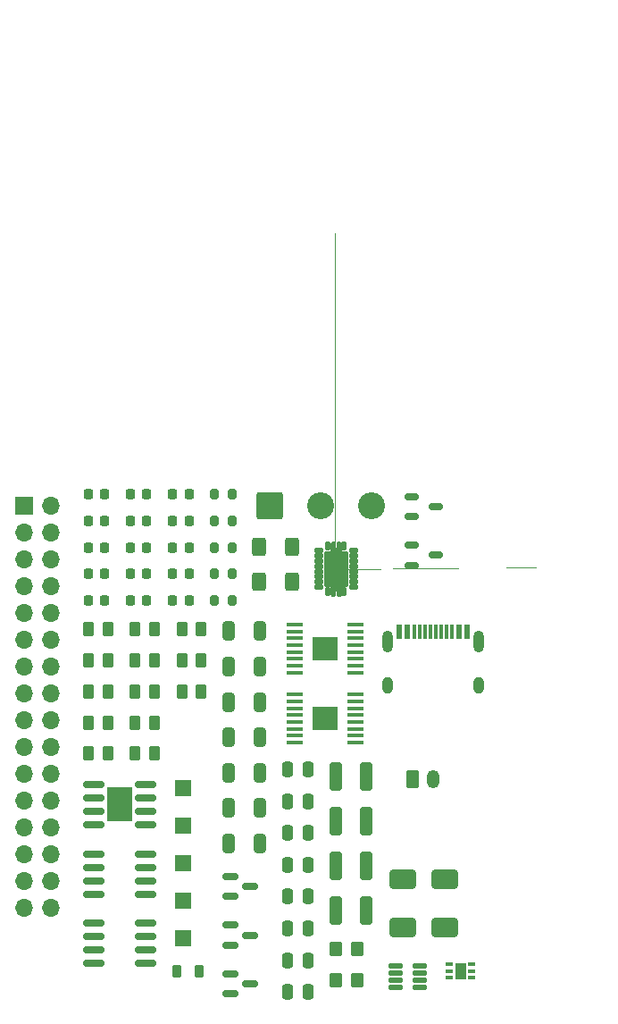
<source format=gbr>
%TF.GenerationSoftware,KiCad,Pcbnew,9.0.0*%
%TF.CreationDate,2025-03-28T14:04:11+02:00*%
%TF.ProjectId,,58585858-5858-4585-9858-585858585858,rev?*%
%TF.SameCoordinates,Original*%
%TF.FileFunction,Soldermask,Top*%
%TF.FilePolarity,Negative*%
%FSLAX46Y46*%
G04 Gerber Fmt 4.6, Leading zero omitted, Abs format (unit mm)*
G04 Created by KiCad (PCBNEW 9.0.0) date 2025-03-28 14:04:11*
%MOMM*%
%LPD*%
G01*
G04 APERTURE LIST*
G04 Aperture macros list*
%AMRoundRect*
0 Rectangle with rounded corners*
0 $1 Rounding radius*
0 $2 $3 $4 $5 $6 $7 $8 $9 X,Y pos of 4 corners*
0 Add a 4 corners polygon primitive as box body*
4,1,4,$2,$3,$4,$5,$6,$7,$8,$9,$2,$3,0*
0 Add four circle primitives for the rounded corners*
1,1,$1+$1,$2,$3*
1,1,$1+$1,$4,$5*
1,1,$1+$1,$6,$7*
1,1,$1+$1,$8,$9*
0 Add four rect primitives between the rounded corners*
20,1,$1+$1,$2,$3,$4,$5,0*
20,1,$1+$1,$4,$5,$6,$7,0*
20,1,$1+$1,$6,$7,$8,$9,0*
20,1,$1+$1,$8,$9,$2,$3,0*%
%AMFreePoly0*
4,1,505,-0.203634,2.555678,-0.202053,2.555421,-0.199231,2.554726,-0.198634,2.554678,-0.197053,2.554421,-0.194231,2.553726,-0.193634,2.553678,-0.192053,2.553421,-0.176164,2.549509,-0.173164,2.548509,-0.166423,2.545994,-0.165768,2.545723,-0.159148,2.542704,-0.157464,2.541862,-0.157608,2.541572,-0.146835,2.536534,-0.144880,2.535327,-0.140541,2.531895,-0.136165,2.529249,-0.134865,2.528313,
-0.133109,2.526820,-0.132165,2.526249,-0.130865,2.525313,-0.118339,2.514661,-0.110339,2.506661,-0.099687,2.494135,-0.098751,2.492835,-0.098179,2.491890,-0.096687,2.490135,-0.095751,2.488835,-0.093104,2.484458,-0.089673,2.480120,-0.088466,2.478165,-0.083427,2.467391,-0.083138,2.467536,-0.082296,2.465852,-0.079277,2.459232,-0.079006,2.458577,-0.076491,2.451836,-0.075491,2.448836,
-0.071579,2.432947,-0.071322,2.431366,-0.071273,2.430768,-0.070579,2.427947,-0.070322,2.426366,-0.070273,2.425768,-0.069579,2.422947,-0.069322,2.421366,-0.068000,2.405000,-0.068000,2.032000,0.068000,2.032000,0.068000,2.405000,0.069322,2.421366,0.069579,2.422947,0.070273,2.425768,0.070322,2.426366,0.070579,2.427947,0.071273,2.430768,0.071322,2.431366,0.071579,2.432947,
0.075491,2.448836,0.076491,2.451836,0.079006,2.458577,0.079277,2.459232,0.082296,2.465852,0.083138,2.467536,0.083427,2.467391,0.088466,2.478165,0.089673,2.480120,0.093104,2.484458,0.095751,2.488835,0.096687,2.490135,0.098179,2.491890,0.098751,2.492835,0.099687,2.494135,0.110339,2.506661,0.118339,2.514661,0.130865,2.525313,0.132165,2.526249,0.133109,2.526820,
0.134865,2.528313,0.136165,2.529249,0.140541,2.531895,0.144880,2.535327,0.146835,2.536534,0.157608,2.541572,0.157464,2.541862,0.159148,2.542704,0.165768,2.545723,0.166423,2.545994,0.173164,2.548509,0.176164,2.549509,0.192053,2.553421,0.193634,2.553678,0.194231,2.553726,0.197053,2.554421,0.198634,2.554678,0.199231,2.554726,0.202053,2.555421,0.203634,2.555678,
0.220000,2.557000,0.330000,2.557000,0.346366,2.555678,0.347947,2.555421,0.350768,2.554726,0.351366,2.554678,0.352947,2.554421,0.355768,2.553726,0.356366,2.553678,0.357947,2.553421,0.373836,2.549509,0.376836,2.548509,0.383577,2.545994,0.384232,2.545723,0.390852,2.542704,0.392536,2.541862,0.392391,2.541572,0.403165,2.536534,0.405120,2.535327,0.409458,2.531895,
0.413835,2.529249,0.415135,2.528313,0.416890,2.526820,0.417835,2.526249,0.419135,2.525313,0.431661,2.514661,0.439661,2.506661,0.450313,2.494135,0.451249,2.492835,0.451820,2.491890,0.453313,2.490135,0.454249,2.488835,0.456895,2.484458,0.460327,2.480120,0.461534,2.478165,0.466572,2.467391,0.466862,2.467536,0.467704,2.465852,0.470723,2.459232,0.470994,2.458577,
0.473509,2.451836,0.474509,2.448836,0.478421,2.432947,0.478678,2.431366,0.478726,2.430768,0.479421,2.427947,0.479678,2.426366,0.479726,2.425768,0.480421,2.422947,0.480678,2.421366,0.482000,2.405000,0.482000,1.632000,0.980000,1.632000,0.996366,1.630678,0.997947,1.630421,1.000768,1.629726,1.001366,1.629678,1.002947,1.629421,1.005768,1.628726,1.006366,1.628678,
1.007947,1.628421,1.013719,1.627000,1.025000,1.627000,1.084954,1.607520,1.122008,1.556520,1.127000,1.525000,1.127000,1.513718,1.128421,1.507947,1.128678,1.506366,1.128726,1.505768,1.129421,1.502947,1.129678,1.501366,1.129726,1.500768,1.130421,1.497947,1.130678,1.496366,1.132000,1.480000,1.132000,-1.480000,1.130678,-1.496366,1.130421,-1.497947,1.129726,-1.500768,
1.129678,-1.501366,1.129421,-1.502947,1.128726,-1.505768,1.128678,-1.506366,1.128421,-1.507947,1.127000,-1.513718,1.127000,-1.525000,1.107520,-1.584954,1.056520,-1.622008,1.025000,-1.627000,1.013719,-1.627000,1.007947,-1.628421,1.006366,-1.628678,1.005768,-1.628726,1.002947,-1.629421,1.001366,-1.629678,1.000768,-1.629726,0.997947,-1.630421,0.996366,-1.630678,0.980000,-1.632000,
0.482000,-1.632000,0.482000,-2.405000,0.480678,-2.421366,0.480421,-2.422947,0.479726,-2.425768,0.479678,-2.426366,0.479421,-2.427947,0.478726,-2.430768,0.478678,-2.431366,0.478421,-2.432947,0.474509,-2.448836,0.473509,-2.451836,0.470994,-2.458577,0.470723,-2.459232,0.467704,-2.465852,0.466862,-2.467536,0.466572,-2.467391,0.461534,-2.478165,0.460327,-2.480120,0.456895,-2.484458,
0.454249,-2.488835,0.453313,-2.490135,0.451820,-2.491890,0.451249,-2.492835,0.450313,-2.494135,0.439661,-2.506661,0.431661,-2.514661,0.419135,-2.525313,0.417835,-2.526249,0.416890,-2.526820,0.415135,-2.528313,0.413835,-2.529249,0.409458,-2.531895,0.405120,-2.535327,0.403165,-2.536534,0.392391,-2.541572,0.392536,-2.541862,0.390852,-2.542704,0.384232,-2.545723,0.383577,-2.545994,
0.376836,-2.548509,0.373836,-2.549509,0.357947,-2.553421,0.356366,-2.553678,0.355768,-2.553726,0.352947,-2.554421,0.351366,-2.554678,0.350768,-2.554726,0.347947,-2.555421,0.346366,-2.555678,0.330000,-2.557000,0.220000,-2.557000,0.203634,-2.555678,0.202053,-2.555421,0.199231,-2.554726,0.198634,-2.554678,0.197053,-2.554421,0.194231,-2.553726,0.193634,-2.553678,0.192053,-2.553421,
0.176164,-2.549509,0.173164,-2.548509,0.166423,-2.545994,0.165768,-2.545723,0.159148,-2.542704,0.157464,-2.541862,0.157608,-2.541572,0.146835,-2.536534,0.144880,-2.535327,0.140541,-2.531895,0.136165,-2.529249,0.134865,-2.528313,0.133109,-2.526820,0.132165,-2.526249,0.130865,-2.525313,0.118339,-2.514661,0.110339,-2.506661,0.099687,-2.494135,0.098751,-2.492835,0.098179,-2.491890,
0.096687,-2.490135,0.095751,-2.488835,0.093104,-2.484458,0.089673,-2.480120,0.088466,-2.478165,0.083427,-2.467391,0.083138,-2.467536,0.082296,-2.465852,0.079277,-2.459232,0.079006,-2.458577,0.076491,-2.451836,0.075491,-2.448836,0.071579,-2.432947,0.071322,-2.431366,0.071273,-2.430768,0.070579,-2.427947,0.070322,-2.426366,0.070273,-2.425768,0.069579,-2.422947,0.069322,-2.421366,
0.068000,-2.405000,0.068000,-2.032000,-0.068000,-2.032000,-0.068000,-2.405000,-0.069322,-2.421366,-0.069579,-2.422947,-0.070273,-2.425768,-0.070322,-2.426366,-0.070579,-2.427947,-0.071273,-2.430768,-0.071322,-2.431366,-0.071579,-2.432947,-0.075491,-2.448836,-0.076491,-2.451836,-0.079006,-2.458577,-0.079277,-2.459232,-0.082296,-2.465852,-0.083138,-2.467536,-0.083427,-2.467391,-0.088466,-2.478165,
-0.089673,-2.480120,-0.093104,-2.484458,-0.095751,-2.488835,-0.096687,-2.490135,-0.098179,-2.491890,-0.098751,-2.492835,-0.099687,-2.494135,-0.110339,-2.506661,-0.118339,-2.514661,-0.130865,-2.525313,-0.132165,-2.526249,-0.133109,-2.526820,-0.134865,-2.528313,-0.136165,-2.529249,-0.140541,-2.531895,-0.144880,-2.535327,-0.146835,-2.536534,-0.157608,-2.541572,-0.157464,-2.541862,-0.159148,-2.542704,
-0.165768,-2.545723,-0.166423,-2.545994,-0.173164,-2.548509,-0.176164,-2.549509,-0.192053,-2.553421,-0.193634,-2.553678,-0.194231,-2.553726,-0.197053,-2.554421,-0.198634,-2.554678,-0.199231,-2.554726,-0.202053,-2.555421,-0.203634,-2.555678,-0.220000,-2.557000,-0.330000,-2.557000,-0.346366,-2.555678,-0.347947,-2.555421,-0.350768,-2.554726,-0.351366,-2.554678,-0.352947,-2.554421,-0.355768,-2.553726,
-0.356366,-2.553678,-0.357947,-2.553421,-0.373836,-2.549509,-0.376836,-2.548509,-0.383577,-2.545994,-0.384232,-2.545723,-0.390852,-2.542704,-0.392536,-2.541862,-0.392391,-2.541572,-0.403165,-2.536534,-0.405120,-2.535327,-0.409458,-2.531895,-0.413835,-2.529249,-0.415135,-2.528313,-0.416890,-2.526820,-0.417835,-2.526249,-0.419135,-2.525313,-0.431661,-2.514661,-0.439661,-2.506661,-0.450313,-2.494135,
-0.451249,-2.492835,-0.451820,-2.491890,-0.453313,-2.490135,-0.454249,-2.488835,-0.456895,-2.484458,-0.460327,-2.480120,-0.461534,-2.478165,-0.466572,-2.467391,-0.466862,-2.467536,-0.467704,-2.465852,-0.470723,-2.459232,-0.470994,-2.458577,-0.473509,-2.451836,-0.474509,-2.448836,-0.478421,-2.432947,-0.478678,-2.431366,-0.478726,-2.430768,-0.479421,-2.427947,-0.479678,-2.426366,-0.479726,-2.425768,
-0.480421,-2.422947,-0.480678,-2.421366,-0.482000,-2.405000,-0.482000,-1.632000,-0.980000,-1.632000,-0.996366,-1.630678,-0.997947,-1.630421,-1.000768,-1.629726,-1.001366,-1.629678,-1.002947,-1.629421,-1.005768,-1.628726,-1.006366,-1.628678,-1.007947,-1.628421,-1.013719,-1.627000,-1.025000,-1.627000,-1.084954,-1.607520,-1.122008,-1.556520,-1.127000,-1.525000,-1.127000,-1.513718,-1.128421,-1.507947,
-1.128678,-1.506366,-1.128726,-1.505768,-1.129421,-1.502947,-1.129678,-1.501366,-1.129726,-1.500768,-1.130421,-1.497947,-1.130678,-1.496366,-1.132000,-1.480000,-1.132000,1.480000,-1.130678,1.496366,-1.130421,1.497947,-1.129726,1.500768,-1.129678,1.501366,-1.129421,1.502947,-1.128726,1.505768,-1.128678,1.506366,-1.128421,1.507947,-1.127000,1.513718,-1.127000,1.525000,-1.107520,1.584954,
-1.056520,1.622008,-1.025000,1.627000,-1.013719,1.627000,-1.007947,1.628421,-1.006366,1.628678,-1.005768,1.628726,-1.002947,1.629421,-1.001366,1.629678,-1.000768,1.629726,-0.997947,1.630421,-0.996366,1.630678,-0.980000,1.632000,-0.482000,1.632000,-0.482000,2.405000,-0.480678,2.421366,-0.480421,2.422947,-0.479726,2.425768,-0.479678,2.426366,-0.479421,2.427947,-0.478726,2.430768,
-0.478678,2.431366,-0.478421,2.432947,-0.474509,2.448836,-0.473509,2.451836,-0.470994,2.458577,-0.470723,2.459232,-0.467704,2.465852,-0.466862,2.467536,-0.466572,2.467391,-0.461534,2.478165,-0.460327,2.480120,-0.456895,2.484458,-0.454249,2.488835,-0.453313,2.490135,-0.451820,2.491890,-0.451249,2.492835,-0.450313,2.494135,-0.439661,2.506661,-0.431661,2.514661,-0.419135,2.525313,
-0.417835,2.526249,-0.416890,2.526820,-0.415135,2.528313,-0.413835,2.529249,-0.409458,2.531895,-0.405120,2.535327,-0.403165,2.536534,-0.392391,2.541572,-0.392536,2.541862,-0.390852,2.542704,-0.384232,2.545723,-0.383577,2.545994,-0.376836,2.548509,-0.373836,2.549509,-0.357947,2.553421,-0.356366,2.553678,-0.355768,2.553726,-0.352947,2.554421,-0.351366,2.554678,-0.350768,2.554726,
-0.347947,2.555421,-0.346366,2.555678,-0.330000,2.557000,-0.220000,2.557000,-0.203634,2.555678,-0.203634,2.555678,$1*%
G04 Aperture macros list end*
%ADD10C,0.010000*%
%ADD11RoundRect,0.150000X-0.825000X-0.150000X0.825000X-0.150000X0.825000X0.150000X-0.825000X0.150000X0*%
%ADD12RoundRect,0.125000X-0.537500X-0.125000X0.537500X-0.125000X0.537500X0.125000X-0.537500X0.125000X0*%
%ADD13RoundRect,0.093240X-0.128760X-0.308760X0.128760X-0.308760X0.128760X0.308760X-0.128760X0.308760X0*%
%ADD14RoundRect,0.093240X-0.308760X-0.128760X0.308760X-0.128760X0.308760X0.128760X-0.308760X0.128760X0*%
%ADD15FreePoly0,0.000000*%
%ADD16C,0.504000*%
%ADD17R,0.650000X0.350000*%
%ADD18R,1.000000X1.600000*%
%ADD19R,2.460000X2.310000*%
%ADD20RoundRect,0.100000X-0.687500X-0.100000X0.687500X-0.100000X0.687500X0.100000X-0.687500X0.100000X0*%
%ADD21R,2.410000X3.300000*%
%ADD22R,1.500000X1.500000*%
%ADD23RoundRect,0.249999X-1.025001X-1.025001X1.025001X-1.025001X1.025001X1.025001X-1.025001X1.025001X0*%
%ADD24C,2.550000*%
%ADD25RoundRect,0.250000X-0.262500X-0.450000X0.262500X-0.450000X0.262500X0.450000X-0.262500X0.450000X0*%
%ADD26RoundRect,0.200000X-0.200000X-0.275000X0.200000X-0.275000X0.200000X0.275000X-0.200000X0.275000X0*%
%ADD27RoundRect,0.250000X-0.400000X-0.625000X0.400000X-0.625000X0.400000X0.625000X-0.400000X0.625000X0*%
%ADD28RoundRect,0.250000X-0.350000X-0.450000X0.350000X-0.450000X0.350000X0.450000X-0.350000X0.450000X0*%
%ADD29RoundRect,0.150000X-0.587500X-0.150000X0.587500X-0.150000X0.587500X0.150000X-0.587500X0.150000X0*%
%ADD30RoundRect,0.150000X-0.512500X-0.150000X0.512500X-0.150000X0.512500X0.150000X-0.512500X0.150000X0*%
%ADD31RoundRect,0.218750X-0.218750X-0.256250X0.218750X-0.256250X0.218750X0.256250X-0.218750X0.256250X0*%
%ADD32RoundRect,0.218750X-0.218750X-0.381250X0.218750X-0.381250X0.218750X0.381250X-0.218750X0.381250X0*%
%ADD33RoundRect,0.250000X-0.350000X-0.625000X0.350000X-0.625000X0.350000X0.625000X-0.350000X0.625000X0*%
%ADD34O,1.200000X1.750000*%
%ADD35R,0.600000X1.450000*%
%ADD36R,0.300000X1.450000*%
%ADD37O,1.000000X2.100000*%
%ADD38O,1.000000X1.600000*%
%ADD39R,1.700000X1.700000*%
%ADD40O,1.700000X1.700000*%
%ADD41RoundRect,0.250000X-1.000000X-0.650000X1.000000X-0.650000X1.000000X0.650000X-1.000000X0.650000X0*%
%ADD42RoundRect,0.250000X-0.250000X-0.475000X0.250000X-0.475000X0.250000X0.475000X-0.250000X0.475000X0*%
%ADD43RoundRect,0.225000X-0.225000X-0.250000X0.225000X-0.250000X0.225000X0.250000X-0.225000X0.250000X0*%
%ADD44RoundRect,0.250000X-0.325000X-0.650000X0.325000X-0.650000X0.325000X0.650000X-0.325000X0.650000X0*%
%ADD45RoundRect,0.250000X-0.325000X-1.100000X0.325000X-1.100000X0.325000X1.100000X-0.325000X1.100000X0*%
G04 APERTURE END LIST*
D10*
%TO.C,U5*%
X167551000Y-69864000D02*
X167559000Y-69865000D01*
X167567000Y-69866000D01*
X167574000Y-69868000D01*
X167582000Y-69870000D01*
X167589000Y-69873000D01*
X167597000Y-69876000D01*
X167604000Y-69880000D01*
X167611000Y-69883000D01*
X167618000Y-69888000D01*
X167624000Y-69892000D01*
X167631000Y-69897000D01*
X167637000Y-69902000D01*
X167642000Y-69908000D01*
X167648000Y-69913000D01*
X167653000Y-69919000D01*
X167658000Y-69926000D01*
X167662000Y-69932000D01*
X167667000Y-69939000D01*
X167670000Y-69946000D01*
X167674000Y-69953000D01*
X167677000Y-69961000D01*
X167680000Y-69968000D01*
X167682000Y-69976000D01*
X167684000Y-69983000D01*
X167685000Y-69991000D01*
X167686000Y-69999000D01*
X167687000Y-70007000D01*
X167687000Y-70015000D01*
X167687000Y-70388000D01*
X167832000Y-70388000D01*
X167833000Y-70388000D01*
X167833000Y-70013000D01*
X167833000Y-70005000D01*
X167834000Y-69997000D01*
X167835000Y-69990000D01*
X167836000Y-69982000D01*
X167838000Y-69974000D01*
X167840000Y-69967000D01*
X167843000Y-69959000D01*
X167846000Y-69952000D01*
X167849000Y-69945000D01*
X167853000Y-69938000D01*
X167857000Y-69931000D01*
X167862000Y-69925000D01*
X167866000Y-69919000D01*
X167872000Y-69913000D01*
X167877000Y-69907000D01*
X167883000Y-69902000D01*
X167889000Y-69896000D01*
X167895000Y-69892000D01*
X167901000Y-69887000D01*
X167908000Y-69883000D01*
X167915000Y-69879000D01*
X167922000Y-69876000D01*
X167929000Y-69873000D01*
X167937000Y-69870000D01*
X167944000Y-69868000D01*
X167952000Y-69866000D01*
X167960000Y-69865000D01*
X167967000Y-69864000D01*
X167975000Y-69863000D01*
X167983000Y-69863000D01*
X168086000Y-69863000D01*
X168094000Y-69863000D01*
X168102000Y-69864000D01*
X168110000Y-69865000D01*
X168117000Y-69866000D01*
X168125000Y-69868000D01*
X168133000Y-69870000D01*
X168140000Y-69873000D01*
X168147000Y-69876000D01*
X168155000Y-69879000D01*
X168161000Y-69883000D01*
X168168000Y-69887000D01*
X168175000Y-69892000D01*
X168181000Y-69897000D01*
X168187000Y-69902000D01*
X168193000Y-69907000D01*
X168198000Y-69913000D01*
X168203000Y-69919000D01*
X168208000Y-69925000D01*
X168213000Y-69932000D01*
X168217000Y-69939000D01*
X168221000Y-69945000D01*
X168224000Y-69953000D01*
X168227000Y-69960000D01*
X168230000Y-69967000D01*
X168232000Y-69975000D01*
X168234000Y-69983000D01*
X168235000Y-69990000D01*
X168236000Y-69998000D01*
X168237000Y-70006000D01*
X168237000Y-70014000D01*
X168237000Y-70788000D01*
X168735000Y-70788000D01*
X168743000Y-70788000D01*
X168751000Y-70789000D01*
X168759000Y-70790000D01*
X168767000Y-70791000D01*
X168774000Y-70793000D01*
X168782000Y-70795000D01*
X168789000Y-70798000D01*
X168797000Y-70801000D01*
X168804000Y-70805000D01*
X168811000Y-70808000D01*
X168818000Y-70813000D01*
X168824000Y-70817000D01*
X168831000Y-70822000D01*
X168837000Y-70827000D01*
X168842000Y-70833000D01*
X168848000Y-70838000D01*
X168853000Y-70844000D01*
X168858000Y-70851000D01*
X168862000Y-70857000D01*
X168867000Y-70864000D01*
X168870000Y-70871000D01*
X168874000Y-70878000D01*
X168877000Y-70886000D01*
X168880000Y-70893000D01*
X168882000Y-70901000D01*
X168884000Y-70908000D01*
X168885000Y-70916000D01*
X168886000Y-70924000D01*
X168887000Y-70932000D01*
X168887000Y-70940000D01*
X168887000Y-73891000D01*
X168887000Y-73899000D01*
X168886000Y-73907000D01*
X168885000Y-73914000D01*
X168884000Y-73922000D01*
X168882000Y-73930000D01*
X168880000Y-73937000D01*
X168877000Y-73945000D01*
X168874000Y-73952000D01*
X168871000Y-73959000D01*
X168867000Y-73966000D01*
X168863000Y-73973000D01*
X168858000Y-73979000D01*
X168854000Y-73985000D01*
X168848000Y-73991000D01*
X168843000Y-73997000D01*
X168837000Y-74002000D01*
X168831000Y-74008000D01*
X168825000Y-74012000D01*
X168819000Y-74017000D01*
X168812000Y-74021000D01*
X168805000Y-74025000D01*
X168798000Y-74028000D01*
X168791000Y-74031000D01*
X168783000Y-74034000D01*
X168776000Y-74036000D01*
X168768000Y-74038000D01*
X168760000Y-74039000D01*
X168753000Y-74040000D01*
X168745000Y-74041000D01*
X168737000Y-74041000D01*
X168238000Y-74041000D01*
X168237000Y-74041000D01*
X168237000Y-74042000D01*
X168237000Y-74816000D01*
X168237000Y-74824000D01*
X168236000Y-74832000D01*
X168235000Y-74839000D01*
X168234000Y-74847000D01*
X168232000Y-74855000D01*
X168230000Y-74862000D01*
X168227000Y-74870000D01*
X168224000Y-74877000D01*
X168221000Y-74884000D01*
X168217000Y-74891000D01*
X168213000Y-74898000D01*
X168208000Y-74904000D01*
X168204000Y-74910000D01*
X168198000Y-74916000D01*
X168193000Y-74922000D01*
X168187000Y-74927000D01*
X168181000Y-74933000D01*
X168175000Y-74937000D01*
X168169000Y-74942000D01*
X168162000Y-74946000D01*
X168155000Y-74950000D01*
X168148000Y-74953000D01*
X168141000Y-74956000D01*
X168133000Y-74959000D01*
X168126000Y-74961000D01*
X168118000Y-74963000D01*
X168110000Y-74964000D01*
X168103000Y-74965000D01*
X168095000Y-74966000D01*
X168087000Y-74966000D01*
X167982000Y-74966000D01*
X167974000Y-74966000D01*
X167966000Y-74965000D01*
X167959000Y-74964000D01*
X167951000Y-74963000D01*
X167943000Y-74961000D01*
X167936000Y-74959000D01*
X167929000Y-74956000D01*
X167921000Y-74953000D01*
X167914000Y-74950000D01*
X167907000Y-74946000D01*
X167901000Y-74942000D01*
X167894000Y-74938000D01*
X167888000Y-74933000D01*
X167882000Y-74928000D01*
X167877000Y-74922000D01*
X167871000Y-74917000D01*
X167866000Y-74911000D01*
X167861000Y-74905000D01*
X167857000Y-74898000D01*
X167853000Y-74892000D01*
X167849000Y-74885000D01*
X167846000Y-74878000D01*
X167843000Y-74870000D01*
X167840000Y-74863000D01*
X167838000Y-74856000D01*
X167836000Y-74848000D01*
X167835000Y-74840000D01*
X167834000Y-74833000D01*
X167833000Y-74825000D01*
X167833000Y-74817000D01*
X167833000Y-74442000D01*
X167688000Y-74442000D01*
X167687000Y-74442000D01*
X167687000Y-74443000D01*
X167687000Y-74816000D01*
X167687000Y-74824000D01*
X167686000Y-74832000D01*
X167685000Y-74839000D01*
X167684000Y-74847000D01*
X167682000Y-74855000D01*
X167680000Y-74862000D01*
X167677000Y-74870000D01*
X167674000Y-74877000D01*
X167671000Y-74884000D01*
X167667000Y-74891000D01*
X167663000Y-74898000D01*
X167658000Y-74904000D01*
X167654000Y-74910000D01*
X167648000Y-74916000D01*
X167643000Y-74922000D01*
X167637000Y-74927000D01*
X167631000Y-74933000D01*
X167625000Y-74937000D01*
X167619000Y-74942000D01*
X167612000Y-74946000D01*
X167605000Y-74950000D01*
X167598000Y-74953000D01*
X167591000Y-74956000D01*
X167583000Y-74959000D01*
X167576000Y-74961000D01*
X167568000Y-74963000D01*
X167560000Y-74964000D01*
X167553000Y-74965000D01*
X167545000Y-74966000D01*
X167537000Y-74966000D01*
X167431000Y-74966000D01*
X167423000Y-74966000D01*
X167416000Y-74965000D01*
X167408000Y-74964000D01*
X167400000Y-74963000D01*
X167393000Y-74961000D01*
X167385000Y-74959000D01*
X167378000Y-74956000D01*
X167371000Y-74953000D01*
X167364000Y-74950000D01*
X167357000Y-74946000D01*
X167350000Y-74942000D01*
X167344000Y-74938000D01*
X167338000Y-74933000D01*
X167332000Y-74928000D01*
X167326000Y-74923000D01*
X167321000Y-74917000D01*
X167316000Y-74911000D01*
X167311000Y-74905000D01*
X167307000Y-74899000D01*
X167303000Y-74892000D01*
X167299000Y-74885000D01*
X167296000Y-74878000D01*
X167293000Y-74871000D01*
X167290000Y-74864000D01*
X167288000Y-74856000D01*
X167286000Y-74849000D01*
X167285000Y-74841000D01*
X167284000Y-74833000D01*
X167283000Y-74826000D01*
X167283000Y-74818000D01*
X167283000Y-74042000D01*
X166785000Y-74042000D01*
X166777000Y-74042000D01*
X166769000Y-74041000D01*
X166761000Y-74040000D01*
X166753000Y-74039000D01*
X166746000Y-74037000D01*
X166738000Y-74035000D01*
X166731000Y-74032000D01*
X166723000Y-74029000D01*
X166716000Y-74025000D01*
X166709000Y-74022000D01*
X166702000Y-74017000D01*
X166696000Y-74013000D01*
X166689000Y-74008000D01*
X166683000Y-74003000D01*
X166678000Y-73997000D01*
X166672000Y-73992000D01*
X166667000Y-73986000D01*
X166662000Y-73979000D01*
X166658000Y-73973000D01*
X166653000Y-73966000D01*
X166650000Y-73959000D01*
X166646000Y-73952000D01*
X166643000Y-73944000D01*
X166640000Y-73937000D01*
X166638000Y-73929000D01*
X166636000Y-73922000D01*
X166635000Y-73914000D01*
X166634000Y-73906000D01*
X166633000Y-73898000D01*
X166633000Y-73890000D01*
X166633000Y-70941000D01*
X166633000Y-70933000D01*
X166634000Y-70925000D01*
X166635000Y-70917000D01*
X166636000Y-70909000D01*
X166638000Y-70902000D01*
X166640000Y-70894000D01*
X166643000Y-70887000D01*
X166646000Y-70879000D01*
X166650000Y-70872000D01*
X166653000Y-70865000D01*
X166658000Y-70858000D01*
X166662000Y-70852000D01*
X166667000Y-70845000D01*
X166672000Y-70839000D01*
X166678000Y-70834000D01*
X166683000Y-70828000D01*
X166689000Y-70823000D01*
X166696000Y-70818000D01*
X166702000Y-70814000D01*
X166709000Y-70809000D01*
X166716000Y-70806000D01*
X166723000Y-70802000D01*
X166731000Y-70799000D01*
X166738000Y-70796000D01*
X166746000Y-70794000D01*
X166753000Y-70792000D01*
X166761000Y-70791000D01*
X166769000Y-70790000D01*
X166777000Y-70789000D01*
X166785000Y-70789000D01*
X167282000Y-70789000D01*
X167283000Y-70789000D01*
X167283000Y-70788000D01*
X167283000Y-70015000D01*
X167283000Y-70007000D01*
X167284000Y-69999000D01*
X167285000Y-69991000D01*
X167286000Y-69983000D01*
X167288000Y-69976000D01*
X167290000Y-69968000D01*
X167293000Y-69961000D01*
X167296000Y-69953000D01*
X167300000Y-69946000D01*
X167303000Y-69939000D01*
X167308000Y-69932000D01*
X167312000Y-69926000D01*
X167317000Y-69919000D01*
X167322000Y-69913000D01*
X167328000Y-69908000D01*
X167333000Y-69902000D01*
X167339000Y-69897000D01*
X167346000Y-69892000D01*
X167352000Y-69888000D01*
X167359000Y-69883000D01*
X167366000Y-69880000D01*
X167373000Y-69876000D01*
X167381000Y-69873000D01*
X167388000Y-69870000D01*
X167396000Y-69868000D01*
X167403000Y-69866000D01*
X167411000Y-69865000D01*
X167419000Y-69864000D01*
X167427000Y-69863000D01*
X167435000Y-69863000D01*
X167535000Y-69863000D01*
X167543000Y-69863000D01*
X167551000Y-69864000D01*
G36*
X167551000Y-69864000D02*
G01*
X167559000Y-69865000D01*
X167567000Y-69866000D01*
X167574000Y-69868000D01*
X167582000Y-69870000D01*
X167589000Y-69873000D01*
X167597000Y-69876000D01*
X167604000Y-69880000D01*
X167611000Y-69883000D01*
X167618000Y-69888000D01*
X167624000Y-69892000D01*
X167631000Y-69897000D01*
X167637000Y-69902000D01*
X167642000Y-69908000D01*
X167648000Y-69913000D01*
X167653000Y-69919000D01*
X167658000Y-69926000D01*
X167662000Y-69932000D01*
X167667000Y-69939000D01*
X167670000Y-69946000D01*
X167674000Y-69953000D01*
X167677000Y-69961000D01*
X167680000Y-69968000D01*
X167682000Y-69976000D01*
X167684000Y-69983000D01*
X167685000Y-69991000D01*
X167686000Y-69999000D01*
X167687000Y-70007000D01*
X167687000Y-70015000D01*
X167687000Y-70388000D01*
X167832000Y-70388000D01*
X167833000Y-70388000D01*
X167833000Y-70013000D01*
X167833000Y-70005000D01*
X167834000Y-69997000D01*
X167835000Y-69990000D01*
X167836000Y-69982000D01*
X167838000Y-69974000D01*
X167840000Y-69967000D01*
X167843000Y-69959000D01*
X167846000Y-69952000D01*
X167849000Y-69945000D01*
X167853000Y-69938000D01*
X167857000Y-69931000D01*
X167862000Y-69925000D01*
X167866000Y-69919000D01*
X167872000Y-69913000D01*
X167877000Y-69907000D01*
X167883000Y-69902000D01*
X167889000Y-69896000D01*
X167895000Y-69892000D01*
X167901000Y-69887000D01*
X167908000Y-69883000D01*
X167915000Y-69879000D01*
X167922000Y-69876000D01*
X167929000Y-69873000D01*
X167937000Y-69870000D01*
X167944000Y-69868000D01*
X167952000Y-69866000D01*
X167960000Y-69865000D01*
X167967000Y-69864000D01*
X167975000Y-69863000D01*
X167983000Y-69863000D01*
X168086000Y-69863000D01*
X168094000Y-69863000D01*
X168102000Y-69864000D01*
X168110000Y-69865000D01*
X168117000Y-69866000D01*
X168125000Y-69868000D01*
X168133000Y-69870000D01*
X168140000Y-69873000D01*
X168147000Y-69876000D01*
X168155000Y-69879000D01*
X168161000Y-69883000D01*
X168168000Y-69887000D01*
X168175000Y-69892000D01*
X168181000Y-69897000D01*
X168187000Y-69902000D01*
X168193000Y-69907000D01*
X168198000Y-69913000D01*
X168203000Y-69919000D01*
X168208000Y-69925000D01*
X168213000Y-69932000D01*
X168217000Y-69939000D01*
X168221000Y-69945000D01*
X168224000Y-69953000D01*
X168227000Y-69960000D01*
X168230000Y-69967000D01*
X168232000Y-69975000D01*
X168234000Y-69983000D01*
X168235000Y-69990000D01*
X168236000Y-69998000D01*
X168237000Y-70006000D01*
X168237000Y-70014000D01*
X168237000Y-70788000D01*
X168735000Y-70788000D01*
X168743000Y-70788000D01*
X168751000Y-70789000D01*
X168759000Y-70790000D01*
X168767000Y-70791000D01*
X168774000Y-70793000D01*
X168782000Y-70795000D01*
X168789000Y-70798000D01*
X168797000Y-70801000D01*
X168804000Y-70805000D01*
X168811000Y-70808000D01*
X168818000Y-70813000D01*
X168824000Y-70817000D01*
X168831000Y-70822000D01*
X168837000Y-70827000D01*
X168842000Y-70833000D01*
X168848000Y-70838000D01*
X168853000Y-70844000D01*
X168858000Y-70851000D01*
X168862000Y-70857000D01*
X168867000Y-70864000D01*
X168870000Y-70871000D01*
X168874000Y-70878000D01*
X168877000Y-70886000D01*
X168880000Y-70893000D01*
X168882000Y-70901000D01*
X168884000Y-70908000D01*
X168885000Y-70916000D01*
X168886000Y-70924000D01*
X168887000Y-70932000D01*
X168887000Y-70940000D01*
X168887000Y-73891000D01*
X168887000Y-73899000D01*
X168886000Y-73907000D01*
X168885000Y-73914000D01*
X168884000Y-73922000D01*
X168882000Y-73930000D01*
X168880000Y-73937000D01*
X168877000Y-73945000D01*
X168874000Y-73952000D01*
X168871000Y-73959000D01*
X168867000Y-73966000D01*
X168863000Y-73973000D01*
X168858000Y-73979000D01*
X168854000Y-73985000D01*
X168848000Y-73991000D01*
X168843000Y-73997000D01*
X168837000Y-74002000D01*
X168831000Y-74008000D01*
X168825000Y-74012000D01*
X168819000Y-74017000D01*
X168812000Y-74021000D01*
X168805000Y-74025000D01*
X168798000Y-74028000D01*
X168791000Y-74031000D01*
X168783000Y-74034000D01*
X168776000Y-74036000D01*
X168768000Y-74038000D01*
X168760000Y-74039000D01*
X168753000Y-74040000D01*
X168745000Y-74041000D01*
X168737000Y-74041000D01*
X168238000Y-74041000D01*
X168237000Y-74041000D01*
X168237000Y-74042000D01*
X168237000Y-74816000D01*
X168237000Y-74824000D01*
X168236000Y-74832000D01*
X168235000Y-74839000D01*
X168234000Y-74847000D01*
X168232000Y-74855000D01*
X168230000Y-74862000D01*
X168227000Y-74870000D01*
X168224000Y-74877000D01*
X168221000Y-74884000D01*
X168217000Y-74891000D01*
X168213000Y-74898000D01*
X168208000Y-74904000D01*
X168204000Y-74910000D01*
X168198000Y-74916000D01*
X168193000Y-74922000D01*
X168187000Y-74927000D01*
X168181000Y-74933000D01*
X168175000Y-74937000D01*
X168169000Y-74942000D01*
X168162000Y-74946000D01*
X168155000Y-74950000D01*
X168148000Y-74953000D01*
X168141000Y-74956000D01*
X168133000Y-74959000D01*
X168126000Y-74961000D01*
X168118000Y-74963000D01*
X168110000Y-74964000D01*
X168103000Y-74965000D01*
X168095000Y-74966000D01*
X168087000Y-74966000D01*
X167982000Y-74966000D01*
X167974000Y-74966000D01*
X167966000Y-74965000D01*
X167959000Y-74964000D01*
X167951000Y-74963000D01*
X167943000Y-74961000D01*
X167936000Y-74959000D01*
X167929000Y-74956000D01*
X167921000Y-74953000D01*
X167914000Y-74950000D01*
X167907000Y-74946000D01*
X167901000Y-74942000D01*
X167894000Y-74938000D01*
X167888000Y-74933000D01*
X167882000Y-74928000D01*
X167877000Y-74922000D01*
X167871000Y-74917000D01*
X167866000Y-74911000D01*
X167861000Y-74905000D01*
X167857000Y-74898000D01*
X167853000Y-74892000D01*
X167849000Y-74885000D01*
X167846000Y-74878000D01*
X167843000Y-74870000D01*
X167840000Y-74863000D01*
X167838000Y-74856000D01*
X167836000Y-74848000D01*
X167835000Y-74840000D01*
X167834000Y-74833000D01*
X167833000Y-74825000D01*
X167833000Y-74817000D01*
X167833000Y-74442000D01*
X167688000Y-74442000D01*
X167687000Y-74442000D01*
X167687000Y-74443000D01*
X167687000Y-74816000D01*
X167687000Y-74824000D01*
X167686000Y-74832000D01*
X167685000Y-74839000D01*
X167684000Y-74847000D01*
X167682000Y-74855000D01*
X167680000Y-74862000D01*
X167677000Y-74870000D01*
X167674000Y-74877000D01*
X167671000Y-74884000D01*
X167667000Y-74891000D01*
X167663000Y-74898000D01*
X167658000Y-74904000D01*
X167654000Y-74910000D01*
X167648000Y-74916000D01*
X167643000Y-74922000D01*
X167637000Y-74927000D01*
X167631000Y-74933000D01*
X167625000Y-74937000D01*
X167619000Y-74942000D01*
X167612000Y-74946000D01*
X167605000Y-74950000D01*
X167598000Y-74953000D01*
X167591000Y-74956000D01*
X167583000Y-74959000D01*
X167576000Y-74961000D01*
X167568000Y-74963000D01*
X167560000Y-74964000D01*
X167553000Y-74965000D01*
X167545000Y-74966000D01*
X167537000Y-74966000D01*
X167431000Y-74966000D01*
X167423000Y-74966000D01*
X167416000Y-74965000D01*
X167408000Y-74964000D01*
X167400000Y-74963000D01*
X167393000Y-74961000D01*
X167385000Y-74959000D01*
X167378000Y-74956000D01*
X167371000Y-74953000D01*
X167364000Y-74950000D01*
X167357000Y-74946000D01*
X167350000Y-74942000D01*
X167344000Y-74938000D01*
X167338000Y-74933000D01*
X167332000Y-74928000D01*
X167326000Y-74923000D01*
X167321000Y-74917000D01*
X167316000Y-74911000D01*
X167311000Y-74905000D01*
X167307000Y-74899000D01*
X167303000Y-74892000D01*
X167299000Y-74885000D01*
X167296000Y-74878000D01*
X167293000Y-74871000D01*
X167290000Y-74864000D01*
X167288000Y-74856000D01*
X167286000Y-74849000D01*
X167285000Y-74841000D01*
X167284000Y-74833000D01*
X167283000Y-74826000D01*
X167283000Y-74818000D01*
X167283000Y-74042000D01*
X166785000Y-74042000D01*
X166777000Y-74042000D01*
X166769000Y-74041000D01*
X166761000Y-74040000D01*
X166753000Y-74039000D01*
X166746000Y-74037000D01*
X166738000Y-74035000D01*
X166731000Y-74032000D01*
X166723000Y-74029000D01*
X166716000Y-74025000D01*
X166709000Y-74022000D01*
X166702000Y-74017000D01*
X166696000Y-74013000D01*
X166689000Y-74008000D01*
X166683000Y-74003000D01*
X166678000Y-73997000D01*
X166672000Y-73992000D01*
X166667000Y-73986000D01*
X166662000Y-73979000D01*
X166658000Y-73973000D01*
X166653000Y-73966000D01*
X166650000Y-73959000D01*
X166646000Y-73952000D01*
X166643000Y-73944000D01*
X166640000Y-73937000D01*
X166638000Y-73929000D01*
X166636000Y-73922000D01*
X166635000Y-73914000D01*
X166634000Y-73906000D01*
X166633000Y-73898000D01*
X166633000Y-73890000D01*
X166633000Y-70941000D01*
X166633000Y-70933000D01*
X166634000Y-70925000D01*
X166635000Y-70917000D01*
X166636000Y-70909000D01*
X166638000Y-70902000D01*
X166640000Y-70894000D01*
X166643000Y-70887000D01*
X166646000Y-70879000D01*
X166650000Y-70872000D01*
X166653000Y-70865000D01*
X166658000Y-70858000D01*
X166662000Y-70852000D01*
X166667000Y-70845000D01*
X166672000Y-70839000D01*
X166678000Y-70834000D01*
X166683000Y-70828000D01*
X166689000Y-70823000D01*
X166696000Y-70818000D01*
X166702000Y-70814000D01*
X166709000Y-70809000D01*
X166716000Y-70806000D01*
X166723000Y-70802000D01*
X166731000Y-70799000D01*
X166738000Y-70796000D01*
X166746000Y-70794000D01*
X166753000Y-70792000D01*
X166761000Y-70791000D01*
X166769000Y-70790000D01*
X166777000Y-70789000D01*
X166785000Y-70789000D01*
X167282000Y-70789000D01*
X167283000Y-70789000D01*
X167283000Y-70788000D01*
X167283000Y-70015000D01*
X167283000Y-70007000D01*
X167284000Y-69999000D01*
X167285000Y-69991000D01*
X167286000Y-69983000D01*
X167288000Y-69976000D01*
X167290000Y-69968000D01*
X167293000Y-69961000D01*
X167296000Y-69953000D01*
X167300000Y-69946000D01*
X167303000Y-69939000D01*
X167308000Y-69932000D01*
X167312000Y-69926000D01*
X167317000Y-69919000D01*
X167322000Y-69913000D01*
X167328000Y-69908000D01*
X167333000Y-69902000D01*
X167339000Y-69897000D01*
X167346000Y-69892000D01*
X167352000Y-69888000D01*
X167359000Y-69883000D01*
X167366000Y-69880000D01*
X167373000Y-69876000D01*
X167381000Y-69873000D01*
X167388000Y-69870000D01*
X167396000Y-69868000D01*
X167403000Y-69866000D01*
X167411000Y-69865000D01*
X167419000Y-69864000D01*
X167427000Y-69863000D01*
X167435000Y-69863000D01*
X167535000Y-69863000D01*
X167543000Y-69863000D01*
X167551000Y-69864000D01*
G37*
%TD*%
D11*
%TO.C,U8*%
X144795000Y-106015000D03*
X144795000Y-107285000D03*
X144795000Y-108555000D03*
X144795000Y-109825000D03*
X149745000Y-109825000D03*
X149745000Y-108555000D03*
X149745000Y-107285000D03*
X149745000Y-106015000D03*
%TD*%
%TO.C,U7*%
X144795000Y-99435000D03*
X144795000Y-100705000D03*
X144795000Y-101975000D03*
X144795000Y-103245000D03*
X149745000Y-103245000D03*
X149745000Y-101975000D03*
X149745000Y-100705000D03*
X149745000Y-99435000D03*
%TD*%
D12*
%TO.C,U6*%
X173462500Y-110085000D03*
X173462500Y-110735000D03*
X173462500Y-111385000D03*
X173462500Y-112035000D03*
X175737500Y-112035000D03*
X175737500Y-111385000D03*
X175737500Y-110735000D03*
X175737500Y-110085000D03*
%TD*%
D13*
%TO.C,U5*%
X167010000Y-70265000D03*
X168510000Y-70265000D03*
X167010000Y-74565000D03*
X168510000Y-74565000D03*
D14*
X166110000Y-72165000D03*
X166110000Y-72665000D03*
X166110000Y-73165000D03*
X166110000Y-73665000D03*
X166110000Y-74165000D03*
X166110000Y-71665000D03*
X166110000Y-71165000D03*
X166110000Y-70665000D03*
X169410000Y-72165000D03*
X169410000Y-72665000D03*
X169410000Y-73165000D03*
X169410000Y-73665000D03*
X169410000Y-74165000D03*
X169410000Y-71665000D03*
X169410000Y-71165000D03*
X169410000Y-70665000D03*
D15*
X167760000Y-72415000D03*
D16*
X167760000Y-72940000D03*
X166985000Y-72940000D03*
X168535000Y-72940000D03*
X167760000Y-71890000D03*
X166985000Y-71890000D03*
X168535000Y-71890000D03*
X167760000Y-73690000D03*
X167760000Y-71140000D03*
%TD*%
D17*
%TO.C,U4*%
X178525000Y-109885000D03*
X178525000Y-110535000D03*
X178525000Y-111185000D03*
X180625000Y-111185000D03*
X180625000Y-110535000D03*
X180625000Y-109885000D03*
D18*
X179575000Y-110535000D03*
%TD*%
D19*
%TO.C,U3*%
X166725000Y-86615000D03*
D20*
X163862500Y-84340000D03*
X163862500Y-84990000D03*
X163862500Y-85640000D03*
X163862500Y-86290000D03*
X163862500Y-86940000D03*
X163862500Y-87590000D03*
X163862500Y-88240000D03*
X163862500Y-88890000D03*
X169587500Y-88890000D03*
X169587500Y-88240000D03*
X169587500Y-87590000D03*
X169587500Y-86940000D03*
X169587500Y-86290000D03*
X169587500Y-85640000D03*
X169587500Y-84990000D03*
X169587500Y-84340000D03*
%TD*%
D19*
%TO.C,U2*%
X166725000Y-79975000D03*
D20*
X163862500Y-77700000D03*
X163862500Y-78350000D03*
X163862500Y-79000000D03*
X163862500Y-79650000D03*
X163862500Y-80300000D03*
X163862500Y-80950000D03*
X163862500Y-81600000D03*
X163862500Y-82250000D03*
X169587500Y-82250000D03*
X169587500Y-81600000D03*
X169587500Y-80950000D03*
X169587500Y-80300000D03*
X169587500Y-79650000D03*
X169587500Y-79000000D03*
X169587500Y-78350000D03*
X169587500Y-77700000D03*
%TD*%
D11*
%TO.C,U1*%
X144795000Y-92855000D03*
X144795000Y-94125000D03*
X144795000Y-95395000D03*
X144795000Y-96665000D03*
X149745000Y-96665000D03*
X149745000Y-95395000D03*
X149745000Y-94125000D03*
X149745000Y-92855000D03*
D21*
X147270000Y-94760000D03*
%TD*%
D22*
%TO.C,TP5*%
X153270000Y-107380000D03*
%TD*%
%TO.C,TP4*%
X153270000Y-103830000D03*
%TD*%
%TO.C,TP3*%
X153270000Y-100280000D03*
%TD*%
%TO.C,TP2*%
X153270000Y-96730000D03*
%TD*%
%TO.C,TP1*%
X153270000Y-93180000D03*
%TD*%
D23*
%TO.C,SW1*%
X161510000Y-66410000D03*
D24*
X166310000Y-66410000D03*
X171110000Y-66410000D03*
%TD*%
D25*
%TO.C,R_{SHUNT}1*%
X153157500Y-84030000D03*
X154982500Y-84030000D03*
%TD*%
%TO.C,R_{SDA}1*%
X153157500Y-81080000D03*
X154982500Y-81080000D03*
%TD*%
%TO.C,R_{SCL}1*%
X153157500Y-78130000D03*
X154982500Y-78130000D03*
%TD*%
D26*
%TO.C,R_{PULL_DOWN}1*%
X156255000Y-75400000D03*
X157905000Y-75400000D03*
%TD*%
%TO.C,R_{PROG}2*%
X156255000Y-72890000D03*
X157905000Y-72890000D03*
%TD*%
%TO.C,R_{PROG}1*%
X156255000Y-70380000D03*
X157905000Y-70380000D03*
%TD*%
%TO.C,R_{LIMIT}1*%
X156255000Y-67870000D03*
X157905000Y-67870000D03*
%TD*%
D25*
%TO.C,R_{ILIM}1*%
X148747500Y-89930000D03*
X150572500Y-89930000D03*
%TD*%
%TO.C,R_{FSW}2*%
X148747500Y-86980000D03*
X150572500Y-86980000D03*
%TD*%
%TO.C,R_{FSW}1*%
X148747500Y-84030000D03*
X150572500Y-84030000D03*
%TD*%
%TO.C,R_{FB}2*%
X148747500Y-81080000D03*
X150572500Y-81080000D03*
%TD*%
%TO.C,R_{FB}1*%
X148747500Y-78130000D03*
X150572500Y-78130000D03*
%TD*%
%TO.C,R_{COMP}1*%
X144337500Y-89930000D03*
X146162500Y-89930000D03*
%TD*%
D26*
%TO.C,R9*%
X156255000Y-65360000D03*
X157905000Y-65360000D03*
%TD*%
D27*
%TO.C,R8*%
X160510000Y-73650000D03*
X163610000Y-73650000D03*
%TD*%
%TO.C,R7*%
X160510000Y-70360000D03*
X163610000Y-70360000D03*
%TD*%
D28*
%TO.C,R6*%
X167750000Y-111360000D03*
X169750000Y-111360000D03*
%TD*%
%TO.C,R5*%
X167750000Y-108410000D03*
X169750000Y-108410000D03*
%TD*%
D25*
%TO.C,R4*%
X144337500Y-86980000D03*
X146162500Y-86980000D03*
%TD*%
%TO.C,R3*%
X144337500Y-84030000D03*
X146162500Y-84030000D03*
%TD*%
%TO.C,R2*%
X144337500Y-81080000D03*
X146162500Y-81080000D03*
%TD*%
%TO.C,R1*%
X144337500Y-78130000D03*
X146162500Y-78130000D03*
%TD*%
D29*
%TO.C,Q5*%
X157782500Y-110805000D03*
X157782500Y-112705000D03*
X159657500Y-111755000D03*
%TD*%
D30*
%TO.C,Q4*%
X174972500Y-70180000D03*
X174972500Y-72080000D03*
X177247500Y-71130000D03*
%TD*%
%TO.C,Q3*%
X174972500Y-65555000D03*
X174972500Y-67455000D03*
X177247500Y-66505000D03*
%TD*%
D29*
%TO.C,Q2*%
X157782500Y-106180000D03*
X157782500Y-108080000D03*
X159657500Y-107130000D03*
%TD*%
%TO.C,Q1*%
X157782500Y-101555000D03*
X157782500Y-103455000D03*
X159657500Y-102505000D03*
%TD*%
D31*
%TO.C,L4*%
X152282500Y-75400000D03*
X153857500Y-75400000D03*
%TD*%
%TO.C,L2*%
X152282500Y-72890000D03*
X153857500Y-72890000D03*
%TD*%
D32*
%TO.C,L1*%
X152707500Y-110530000D03*
X154832500Y-110530000D03*
%TD*%
D33*
%TO.C,J3*%
X175000000Y-92310000D03*
D34*
X177000000Y-92310000D03*
%TD*%
D35*
%TO.C,J2*%
X173740000Y-78405000D03*
X174540000Y-78405000D03*
D36*
X175740000Y-78405000D03*
X176740000Y-78405000D03*
X177240000Y-78405000D03*
X178240000Y-78405000D03*
D35*
X179440000Y-78405000D03*
X180240000Y-78405000D03*
X180240000Y-78405000D03*
X179440000Y-78405000D03*
D36*
X178740000Y-78405000D03*
X177740000Y-78405000D03*
X176240000Y-78405000D03*
X175240000Y-78405000D03*
D35*
X174540000Y-78405000D03*
X173740000Y-78405000D03*
D37*
X172670000Y-79320000D03*
D38*
X172670000Y-83500000D03*
D37*
X181310000Y-79320000D03*
D38*
X181310000Y-83500000D03*
%TD*%
D39*
%TO.C,J1*%
X138170000Y-66430000D03*
D40*
X140710000Y-66430000D03*
X138170000Y-68970000D03*
X140710000Y-68970000D03*
X138170000Y-71510000D03*
X140710000Y-71510000D03*
X138170000Y-74050000D03*
X140710000Y-74050000D03*
X138170000Y-76590000D03*
X140710000Y-76590000D03*
X138170000Y-79130000D03*
X140710000Y-79130000D03*
X138170000Y-81670000D03*
X140710000Y-81670000D03*
X138170000Y-84210000D03*
X140710000Y-84210000D03*
X138170000Y-86750000D03*
X140710000Y-86750000D03*
X138170000Y-89290000D03*
X140710000Y-89290000D03*
X138170000Y-91830000D03*
X140710000Y-91830000D03*
X138170000Y-94370000D03*
X140710000Y-94370000D03*
X138170000Y-96910000D03*
X140710000Y-96910000D03*
X138170000Y-99450000D03*
X140710000Y-99450000D03*
X138170000Y-101990000D03*
X140710000Y-101990000D03*
X138170000Y-104530000D03*
X140710000Y-104530000D03*
%TD*%
D41*
%TO.C,D4*%
X174095000Y-106410000D03*
X178095000Y-106410000D03*
%TD*%
%TO.C,D3*%
X174095000Y-101860000D03*
X178095000Y-101860000D03*
%TD*%
D42*
%TO.C,C_{SS}1*%
X163200000Y-112510000D03*
X165100000Y-112510000D03*
%TD*%
D43*
%TO.C,C_{OUT}6*%
X152295000Y-70380000D03*
X153845000Y-70380000D03*
%TD*%
%TO.C,C_{OUT}5*%
X152295000Y-67870000D03*
X153845000Y-67870000D03*
%TD*%
%TO.C,C_{OUT}4*%
X152295000Y-65360000D03*
X153845000Y-65360000D03*
%TD*%
D44*
%TO.C,C_{OUT}3*%
X157625000Y-98430000D03*
X160575000Y-98430000D03*
%TD*%
D45*
%TO.C,C_{OUT}2*%
X167725000Y-104810000D03*
X170675000Y-104810000D03*
%TD*%
%TO.C,C_{OUT}1*%
X167725000Y-100560000D03*
X170675000Y-100560000D03*
%TD*%
D44*
%TO.C,C_{OUT_3.3}3*%
X157625000Y-95080000D03*
X160575000Y-95080000D03*
%TD*%
%TO.C,C_{OUT_3.3}2*%
X157625000Y-91730000D03*
X160575000Y-91730000D03*
%TD*%
%TO.C,C_{OUT_3.3}1*%
X157625000Y-88380000D03*
X160575000Y-88380000D03*
%TD*%
%TO.C,C_{IN}3*%
X157625000Y-85030000D03*
X160575000Y-85030000D03*
%TD*%
D45*
%TO.C,C_{IN}2*%
X167725000Y-96310000D03*
X170675000Y-96310000D03*
%TD*%
%TO.C,C_{IN}1*%
X167725000Y-92060000D03*
X170675000Y-92060000D03*
%TD*%
D42*
%TO.C,C_{IN_5}1*%
X163200000Y-109500000D03*
X165100000Y-109500000D03*
%TD*%
D43*
%TO.C,C_{IN_3.3}3*%
X148285000Y-75400000D03*
X149835000Y-75400000D03*
%TD*%
D44*
%TO.C,C_{IN_3.3}2*%
X157625000Y-81680000D03*
X160575000Y-81680000D03*
%TD*%
%TO.C,C_{IN_3.3}1*%
X157625000Y-78330000D03*
X160575000Y-78330000D03*
%TD*%
D42*
%TO.C,C_{COMP}1*%
X163200000Y-106490000D03*
X165100000Y-106490000D03*
%TD*%
D43*
%TO.C,C_{CHARGE_OUT}1*%
X148285000Y-72890000D03*
X149835000Y-72890000D03*
%TD*%
%TO.C,C_{CHARGE_IN}1*%
X148285000Y-70380000D03*
X149835000Y-70380000D03*
%TD*%
D42*
%TO.C,C_{BY}1*%
X163200000Y-103480000D03*
X165100000Y-103480000D03*
%TD*%
%TO.C,C_{BYPASS}1*%
X163200000Y-100470000D03*
X165100000Y-100470000D03*
%TD*%
%TO.C,C_{BOOT}1*%
X163200000Y-97460000D03*
X165100000Y-97460000D03*
%TD*%
%TO.C,C_{1}1*%
X163200000Y-94450000D03*
X165100000Y-94450000D03*
%TD*%
%TO.C,C10*%
X163200000Y-91440000D03*
X165100000Y-91440000D03*
%TD*%
D43*
%TO.C,C9*%
X148285000Y-67870000D03*
X149835000Y-67870000D03*
%TD*%
%TO.C,C8*%
X148285000Y-65360000D03*
X149835000Y-65360000D03*
%TD*%
%TO.C,C7*%
X144275000Y-75400000D03*
X145825000Y-75400000D03*
%TD*%
%TO.C,C6*%
X144275000Y-72890000D03*
X145825000Y-72890000D03*
%TD*%
%TO.C,C5*%
X144275000Y-70380000D03*
X145825000Y-70380000D03*
%TD*%
%TO.C,C4*%
X144275000Y-67870000D03*
X145825000Y-67870000D03*
%TD*%
%TO.C,C3*%
X144275000Y-65360000D03*
X145825000Y-65360000D03*
%TD*%
M02*

</source>
